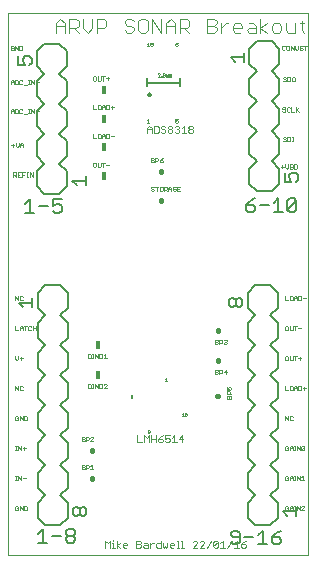
<source format=gto>
G75*
%MOIN*%
%OFA0B0*%
%FSLAX25Y25*%
%IPPOS*%
%LPD*%
%AMOC8*
5,1,8,0,0,1.08239X$1,22.5*
%
%ADD10C,0.00000*%
%ADD11C,0.00400*%
%ADD12C,0.00200*%
%ADD13C,0.00100*%
%ADD14C,0.00600*%
%ADD15C,0.00500*%
%ADD16C,0.01500*%
%ADD17R,0.01600X0.02800*%
%ADD18R,0.01500X0.03000*%
D10*
X0002000Y0001000D02*
X0002000Y0181800D01*
X0102000Y0181800D01*
X0102000Y0001000D01*
X0002000Y0001000D01*
D11*
X0018000Y0175300D02*
X0018000Y0178369D01*
X0019535Y0179904D01*
X0021069Y0178369D01*
X0021069Y0175300D01*
X0022604Y0175300D02*
X0022604Y0179904D01*
X0024906Y0179904D01*
X0025673Y0179137D01*
X0025673Y0177602D01*
X0024906Y0176835D01*
X0022604Y0176835D01*
X0021069Y0177602D02*
X0018000Y0177602D01*
X0024139Y0176835D02*
X0025673Y0175300D01*
X0027208Y0176835D02*
X0028742Y0175300D01*
X0030277Y0176835D01*
X0030277Y0179904D01*
X0031812Y0179904D02*
X0034114Y0179904D01*
X0034881Y0179137D01*
X0034881Y0177602D01*
X0034114Y0176835D01*
X0031812Y0176835D01*
X0031812Y0175300D02*
X0031812Y0179904D01*
X0027208Y0179904D02*
X0027208Y0176835D01*
X0041020Y0176067D02*
X0041787Y0175300D01*
X0043322Y0175300D01*
X0044089Y0176067D01*
X0044089Y0176835D01*
X0043322Y0177602D01*
X0041787Y0177602D01*
X0041020Y0178369D01*
X0041020Y0179137D01*
X0041787Y0179904D01*
X0043322Y0179904D01*
X0044089Y0179137D01*
X0045624Y0179137D02*
X0045624Y0176067D01*
X0046391Y0175300D01*
X0047926Y0175300D01*
X0048693Y0176067D01*
X0048693Y0179137D01*
X0047926Y0179904D01*
X0046391Y0179904D01*
X0045624Y0179137D01*
X0050227Y0179904D02*
X0050227Y0175300D01*
X0053297Y0175300D02*
X0050227Y0179904D01*
X0053297Y0179904D02*
X0053297Y0175300D01*
X0054831Y0175300D02*
X0054831Y0178369D01*
X0056366Y0179904D01*
X0057901Y0178369D01*
X0057901Y0175300D01*
X0059435Y0175300D02*
X0059435Y0179904D01*
X0061737Y0179904D01*
X0062505Y0179137D01*
X0062505Y0177602D01*
X0061737Y0176835D01*
X0059435Y0176835D01*
X0057901Y0177602D02*
X0054831Y0177602D01*
X0060970Y0176835D02*
X0062505Y0175300D01*
X0068643Y0175300D02*
X0070945Y0175300D01*
X0071712Y0176067D01*
X0071712Y0176835D01*
X0070945Y0177602D01*
X0068643Y0177602D01*
X0068643Y0179904D02*
X0070945Y0179904D01*
X0071712Y0179137D01*
X0071712Y0178369D01*
X0070945Y0177602D01*
X0073247Y0178369D02*
X0073247Y0175300D01*
X0073247Y0176835D02*
X0074782Y0178369D01*
X0075549Y0178369D01*
X0077084Y0177602D02*
X0077084Y0176067D01*
X0077851Y0175300D01*
X0079386Y0175300D01*
X0080153Y0176835D02*
X0077084Y0176835D01*
X0077084Y0177602D02*
X0077851Y0178369D01*
X0079386Y0178369D01*
X0080153Y0177602D01*
X0080153Y0176835D01*
X0081688Y0176067D02*
X0082455Y0176835D01*
X0084757Y0176835D01*
X0084757Y0177602D02*
X0084757Y0175300D01*
X0082455Y0175300D01*
X0081688Y0176067D01*
X0082455Y0178369D02*
X0083990Y0178369D01*
X0084757Y0177602D01*
X0086292Y0176835D02*
X0088594Y0178369D01*
X0090128Y0177602D02*
X0090128Y0176067D01*
X0090895Y0175300D01*
X0092430Y0175300D01*
X0093197Y0176067D01*
X0093197Y0177602D01*
X0092430Y0178369D01*
X0090895Y0178369D01*
X0090128Y0177602D01*
X0088594Y0175300D02*
X0086292Y0176835D01*
X0086292Y0175300D02*
X0086292Y0179904D01*
X0094732Y0178369D02*
X0094732Y0176067D01*
X0095499Y0175300D01*
X0097801Y0175300D01*
X0097801Y0178369D01*
X0099336Y0178369D02*
X0100871Y0178369D01*
X0100103Y0179137D02*
X0100103Y0176067D01*
X0100871Y0175300D01*
X0068643Y0175300D02*
X0068643Y0179904D01*
D12*
X0063463Y0144202D02*
X0062695Y0144202D01*
X0062312Y0143818D01*
X0062312Y0143435D01*
X0062695Y0143051D01*
X0063463Y0143051D01*
X0063846Y0142667D01*
X0063846Y0142284D01*
X0063463Y0141900D01*
X0062695Y0141900D01*
X0062312Y0142284D01*
X0062312Y0142667D01*
X0062695Y0143051D01*
X0063463Y0143051D02*
X0063846Y0143435D01*
X0063846Y0143818D01*
X0063463Y0144202D01*
X0061544Y0141900D02*
X0060010Y0141900D01*
X0060777Y0141900D02*
X0060777Y0144202D01*
X0060010Y0143435D01*
X0059242Y0143435D02*
X0058859Y0143051D01*
X0059242Y0142667D01*
X0059242Y0142284D01*
X0058859Y0141900D01*
X0058091Y0141900D01*
X0057708Y0142284D01*
X0056941Y0142284D02*
X0056941Y0142667D01*
X0056557Y0143051D01*
X0055790Y0143051D01*
X0055406Y0143435D01*
X0055406Y0143818D01*
X0055790Y0144202D01*
X0056557Y0144202D01*
X0056941Y0143818D01*
X0056941Y0143435D01*
X0056557Y0143051D01*
X0055790Y0143051D02*
X0055406Y0142667D01*
X0055406Y0142284D01*
X0055790Y0141900D01*
X0056557Y0141900D01*
X0056941Y0142284D01*
X0058475Y0143051D02*
X0058859Y0143051D01*
X0059242Y0143435D02*
X0059242Y0143818D01*
X0058859Y0144202D01*
X0058091Y0144202D01*
X0057708Y0143818D01*
X0054639Y0143818D02*
X0054255Y0144202D01*
X0053488Y0144202D01*
X0053104Y0143818D01*
X0053104Y0143435D01*
X0053488Y0143051D01*
X0054255Y0143051D01*
X0054639Y0142667D01*
X0054639Y0142284D01*
X0054255Y0141900D01*
X0053488Y0141900D01*
X0053104Y0142284D01*
X0052337Y0142284D02*
X0052337Y0143818D01*
X0051953Y0144202D01*
X0050802Y0144202D01*
X0050802Y0141900D01*
X0051953Y0141900D01*
X0052337Y0142284D01*
X0050035Y0141900D02*
X0050035Y0143435D01*
X0049267Y0144202D01*
X0048500Y0143435D01*
X0048500Y0141900D01*
X0048500Y0143051D02*
X0050035Y0143051D01*
X0049904Y0041002D02*
X0049904Y0038700D01*
X0049137Y0038700D02*
X0049137Y0041002D01*
X0048369Y0040235D01*
X0047602Y0041002D01*
X0047602Y0038700D01*
X0046835Y0038700D02*
X0045300Y0038700D01*
X0045300Y0041002D01*
X0049904Y0039851D02*
X0051439Y0039851D01*
X0052206Y0039851D02*
X0053357Y0039851D01*
X0053741Y0039467D01*
X0053741Y0039084D01*
X0053357Y0038700D01*
X0052590Y0038700D01*
X0052206Y0039084D01*
X0052206Y0039851D01*
X0052973Y0040618D01*
X0053741Y0041002D01*
X0054508Y0041002D02*
X0054508Y0039851D01*
X0055275Y0040235D01*
X0055659Y0040235D01*
X0056042Y0039851D01*
X0056042Y0039084D01*
X0055659Y0038700D01*
X0054891Y0038700D01*
X0054508Y0039084D01*
X0054508Y0041002D02*
X0056042Y0041002D01*
X0056810Y0040235D02*
X0057577Y0041002D01*
X0057577Y0038700D01*
X0056810Y0038700D02*
X0058344Y0038700D01*
X0059112Y0039851D02*
X0060646Y0039851D01*
X0060263Y0038700D02*
X0060263Y0041002D01*
X0059112Y0039851D01*
X0051439Y0041002D02*
X0051439Y0038700D01*
X0053016Y0005902D02*
X0053016Y0003600D01*
X0051865Y0003600D01*
X0051481Y0003984D01*
X0051481Y0004751D01*
X0051865Y0005135D01*
X0053016Y0005135D01*
X0053783Y0005135D02*
X0053783Y0003984D01*
X0054167Y0003600D01*
X0054550Y0003984D01*
X0054934Y0003600D01*
X0055318Y0003984D01*
X0055318Y0005135D01*
X0056085Y0004751D02*
X0056469Y0005135D01*
X0057236Y0005135D01*
X0057620Y0004751D01*
X0057620Y0004367D01*
X0056085Y0004367D01*
X0056085Y0003984D02*
X0056085Y0004751D01*
X0056085Y0003984D02*
X0056469Y0003600D01*
X0057236Y0003600D01*
X0058387Y0003600D02*
X0059154Y0003600D01*
X0058771Y0003600D02*
X0058771Y0005902D01*
X0058387Y0005902D01*
X0059922Y0005902D02*
X0060305Y0005902D01*
X0060305Y0003600D01*
X0059922Y0003600D02*
X0060689Y0003600D01*
X0063758Y0003600D02*
X0065293Y0005135D01*
X0065293Y0005518D01*
X0064909Y0005902D01*
X0064142Y0005902D01*
X0063758Y0005518D01*
X0063758Y0003600D02*
X0065293Y0003600D01*
X0066060Y0003600D02*
X0067595Y0005135D01*
X0067595Y0005518D01*
X0067211Y0005902D01*
X0066444Y0005902D01*
X0066060Y0005518D01*
X0066060Y0003600D02*
X0067595Y0003600D01*
X0068362Y0003600D02*
X0069897Y0005902D01*
X0070664Y0005518D02*
X0070664Y0003984D01*
X0072199Y0005518D01*
X0072199Y0003984D01*
X0071815Y0003600D01*
X0071048Y0003600D01*
X0070664Y0003984D01*
X0070664Y0005518D02*
X0071048Y0005902D01*
X0071815Y0005902D01*
X0072199Y0005518D01*
X0072966Y0005135D02*
X0073733Y0005902D01*
X0073733Y0003600D01*
X0072966Y0003600D02*
X0074501Y0003600D01*
X0075268Y0003600D02*
X0076803Y0005902D01*
X0077570Y0005135D02*
X0078337Y0005902D01*
X0078337Y0003600D01*
X0077570Y0003600D02*
X0079104Y0003600D01*
X0079872Y0003984D02*
X0080255Y0003600D01*
X0081023Y0003600D01*
X0081406Y0003984D01*
X0081406Y0004367D01*
X0081023Y0004751D01*
X0079872Y0004751D01*
X0079872Y0003984D01*
X0079872Y0004751D02*
X0080639Y0005518D01*
X0081406Y0005902D01*
X0050714Y0005135D02*
X0050330Y0005135D01*
X0049563Y0004367D01*
X0049563Y0003600D02*
X0049563Y0005135D01*
X0048795Y0004751D02*
X0048795Y0003600D01*
X0047644Y0003600D01*
X0047261Y0003984D01*
X0047644Y0004367D01*
X0048795Y0004367D01*
X0048795Y0004751D02*
X0048412Y0005135D01*
X0047644Y0005135D01*
X0046493Y0005135D02*
X0046493Y0005518D01*
X0046110Y0005902D01*
X0044959Y0005902D01*
X0044959Y0003600D01*
X0046110Y0003600D01*
X0046493Y0003984D01*
X0046493Y0004367D01*
X0046110Y0004751D01*
X0044959Y0004751D01*
X0046110Y0004751D02*
X0046493Y0005135D01*
X0041890Y0004751D02*
X0041890Y0004367D01*
X0040355Y0004367D01*
X0040355Y0003984D02*
X0040355Y0004751D01*
X0040739Y0005135D01*
X0041506Y0005135D01*
X0041890Y0004751D01*
X0041506Y0003600D02*
X0040739Y0003600D01*
X0040355Y0003984D01*
X0039588Y0003600D02*
X0038437Y0004367D01*
X0039588Y0005135D01*
X0038437Y0005902D02*
X0038437Y0003600D01*
X0037669Y0003600D02*
X0036902Y0003600D01*
X0037286Y0003600D02*
X0037286Y0005135D01*
X0036902Y0005135D01*
X0037286Y0005902D02*
X0037286Y0006286D01*
X0036135Y0005902D02*
X0036135Y0003600D01*
X0035367Y0005135D02*
X0036135Y0005902D01*
X0035367Y0005135D02*
X0034600Y0005902D01*
X0034600Y0003600D01*
D13*
X0030622Y0029675D02*
X0029622Y0029675D01*
X0030122Y0029675D02*
X0030122Y0031176D01*
X0029622Y0030676D01*
X0029149Y0030926D02*
X0028899Y0031176D01*
X0028148Y0031176D01*
X0028148Y0029675D01*
X0028148Y0030175D02*
X0028899Y0030175D01*
X0029149Y0030426D01*
X0029149Y0030926D01*
X0027676Y0030926D02*
X0027426Y0031176D01*
X0026675Y0031176D01*
X0026675Y0029675D01*
X0027426Y0029675D01*
X0027676Y0029925D01*
X0027676Y0030175D01*
X0027426Y0030426D01*
X0026675Y0030426D01*
X0027426Y0030426D02*
X0027676Y0030676D01*
X0027676Y0030926D01*
X0027426Y0039050D02*
X0026675Y0039050D01*
X0026675Y0040551D01*
X0027426Y0040551D01*
X0027676Y0040301D01*
X0027676Y0040051D01*
X0027426Y0039801D01*
X0026675Y0039801D01*
X0027426Y0039801D02*
X0027676Y0039550D01*
X0027676Y0039300D01*
X0027426Y0039050D01*
X0028148Y0039050D02*
X0028148Y0040551D01*
X0028899Y0040551D01*
X0029149Y0040301D01*
X0029149Y0039801D01*
X0028899Y0039550D01*
X0028148Y0039550D01*
X0029622Y0039050D02*
X0030622Y0040051D01*
X0030622Y0040301D01*
X0030372Y0040551D01*
X0029872Y0040551D01*
X0029622Y0040301D01*
X0029622Y0039050D02*
X0030622Y0039050D01*
X0030648Y0056700D02*
X0030148Y0056700D01*
X0030398Y0056700D02*
X0030398Y0058201D01*
X0030148Y0058201D02*
X0030648Y0058201D01*
X0031130Y0058201D02*
X0032131Y0056700D01*
X0032131Y0058201D01*
X0032603Y0058201D02*
X0033354Y0058201D01*
X0033604Y0057951D01*
X0033604Y0056950D01*
X0033354Y0056700D01*
X0032603Y0056700D01*
X0032603Y0058201D01*
X0034077Y0057951D02*
X0034327Y0058201D01*
X0034827Y0058201D01*
X0035078Y0057951D01*
X0035078Y0057701D01*
X0034077Y0056700D01*
X0035078Y0056700D01*
X0031130Y0056700D02*
X0031130Y0058201D01*
X0029676Y0057951D02*
X0029425Y0058201D01*
X0028675Y0058201D01*
X0028675Y0056700D01*
X0029425Y0056700D01*
X0029676Y0056950D01*
X0029676Y0057951D01*
X0029425Y0066700D02*
X0028675Y0066700D01*
X0028675Y0068201D01*
X0029425Y0068201D01*
X0029676Y0067951D01*
X0029676Y0066950D01*
X0029425Y0066700D01*
X0030148Y0066700D02*
X0030648Y0066700D01*
X0030398Y0066700D02*
X0030398Y0068201D01*
X0030148Y0068201D02*
X0030648Y0068201D01*
X0031130Y0068201D02*
X0032131Y0066700D01*
X0032131Y0068201D01*
X0032603Y0068201D02*
X0032603Y0066700D01*
X0033354Y0066700D01*
X0033604Y0066950D01*
X0033604Y0067951D01*
X0033354Y0068201D01*
X0032603Y0068201D01*
X0034077Y0067701D02*
X0034577Y0068201D01*
X0034577Y0066700D01*
X0034077Y0066700D02*
X0035078Y0066700D01*
X0031130Y0066700D02*
X0031130Y0068201D01*
X0043050Y0054451D02*
X0043050Y0054000D01*
X0043350Y0054151D01*
X0043500Y0054151D01*
X0043651Y0054000D01*
X0043651Y0053700D01*
X0043500Y0053550D01*
X0043200Y0053550D01*
X0043050Y0053700D01*
X0043050Y0054451D02*
X0043651Y0054451D01*
X0048900Y0042751D02*
X0048750Y0042601D01*
X0048750Y0042451D01*
X0048900Y0042300D01*
X0049351Y0042300D01*
X0049351Y0042000D02*
X0049351Y0042601D01*
X0049200Y0042751D01*
X0048900Y0042751D01*
X0048750Y0042000D02*
X0048900Y0041850D01*
X0049200Y0041850D01*
X0049351Y0042000D01*
X0060250Y0047550D02*
X0060851Y0047550D01*
X0060550Y0047550D02*
X0060550Y0048451D01*
X0060250Y0048151D01*
X0061171Y0048301D02*
X0061321Y0048451D01*
X0061621Y0048451D01*
X0061771Y0048301D01*
X0061771Y0048151D01*
X0061621Y0048000D01*
X0061771Y0047850D01*
X0061771Y0047700D01*
X0061621Y0047550D01*
X0061321Y0047550D01*
X0061171Y0047700D01*
X0061471Y0048000D02*
X0061621Y0048000D01*
X0055251Y0059150D02*
X0054650Y0059150D01*
X0054950Y0059150D02*
X0054950Y0060051D01*
X0054650Y0059751D01*
X0071130Y0061450D02*
X0071881Y0061450D01*
X0072131Y0061700D01*
X0072131Y0061950D01*
X0071881Y0062201D01*
X0071130Y0062201D01*
X0071130Y0062951D02*
X0071881Y0062951D01*
X0072131Y0062701D01*
X0072131Y0062451D01*
X0071881Y0062201D01*
X0072603Y0061950D02*
X0073354Y0061950D01*
X0073604Y0062201D01*
X0073604Y0062701D01*
X0073354Y0062951D01*
X0072603Y0062951D01*
X0072603Y0061450D01*
X0074077Y0062201D02*
X0075078Y0062201D01*
X0074827Y0062951D02*
X0074077Y0062201D01*
X0074827Y0062951D02*
X0074827Y0061450D01*
X0075049Y0057203D02*
X0075049Y0056202D01*
X0075799Y0056202D01*
X0075549Y0056702D01*
X0075549Y0056952D01*
X0075799Y0057203D01*
X0076300Y0057203D01*
X0076550Y0056952D01*
X0076550Y0056452D01*
X0076300Y0056202D01*
X0075799Y0055729D02*
X0076050Y0055479D01*
X0076050Y0054728D01*
X0076050Y0054256D02*
X0076300Y0054256D01*
X0076550Y0054006D01*
X0076550Y0053255D01*
X0075049Y0053255D01*
X0075049Y0054006D01*
X0075299Y0054256D01*
X0075549Y0054256D01*
X0075799Y0054006D01*
X0075799Y0053255D01*
X0075799Y0054006D02*
X0076050Y0054256D01*
X0076550Y0054728D02*
X0075049Y0054728D01*
X0075049Y0055479D01*
X0075299Y0055729D01*
X0075799Y0055729D01*
X0071130Y0061450D02*
X0071130Y0062951D01*
X0071130Y0071450D02*
X0071881Y0071450D01*
X0072131Y0071700D01*
X0072131Y0071950D01*
X0071881Y0072201D01*
X0071130Y0072201D01*
X0071130Y0072951D02*
X0071881Y0072951D01*
X0072131Y0072701D01*
X0072131Y0072451D01*
X0071881Y0072201D01*
X0072603Y0071950D02*
X0073354Y0071950D01*
X0073604Y0072201D01*
X0073604Y0072701D01*
X0073354Y0072951D01*
X0072603Y0072951D01*
X0072603Y0071450D01*
X0074077Y0071700D02*
X0074327Y0071450D01*
X0074827Y0071450D01*
X0075078Y0071700D01*
X0075078Y0071950D01*
X0074827Y0072201D01*
X0074577Y0072201D01*
X0074827Y0072201D02*
X0075078Y0072451D01*
X0075078Y0072701D01*
X0074827Y0072951D01*
X0074327Y0072951D01*
X0074077Y0072701D01*
X0071130Y0072951D02*
X0071130Y0071450D01*
X0094550Y0067301D02*
X0094550Y0066300D01*
X0094800Y0066050D01*
X0095301Y0066050D01*
X0095551Y0066300D01*
X0095551Y0067301D01*
X0095301Y0067551D01*
X0094800Y0067551D01*
X0094550Y0067301D01*
X0096023Y0067551D02*
X0096023Y0066300D01*
X0096273Y0066050D01*
X0096774Y0066050D01*
X0097024Y0066300D01*
X0097024Y0067551D01*
X0097497Y0067551D02*
X0098497Y0067551D01*
X0097997Y0067551D02*
X0097997Y0066050D01*
X0098970Y0066801D02*
X0099971Y0066801D01*
X0099470Y0067301D02*
X0099470Y0066300D01*
X0099720Y0057551D02*
X0098970Y0057551D01*
X0098970Y0056050D01*
X0099720Y0056050D01*
X0099971Y0056300D01*
X0099971Y0057301D01*
X0099720Y0057551D01*
X0100443Y0056801D02*
X0101444Y0056801D01*
X0100943Y0057301D02*
X0100943Y0056300D01*
X0098497Y0056050D02*
X0098497Y0057051D01*
X0097997Y0057551D01*
X0097497Y0057051D01*
X0097497Y0056050D01*
X0097024Y0056300D02*
X0097024Y0057301D01*
X0096774Y0057551D01*
X0096273Y0057551D01*
X0096023Y0057301D01*
X0096023Y0056300D01*
X0096273Y0056050D01*
X0096774Y0056050D01*
X0097024Y0056300D01*
X0097497Y0056801D02*
X0098497Y0056801D01*
X0095551Y0056050D02*
X0094550Y0056050D01*
X0094550Y0057551D01*
X0094550Y0047551D02*
X0095551Y0046050D01*
X0095551Y0047551D01*
X0096023Y0047301D02*
X0096273Y0047551D01*
X0096774Y0047551D01*
X0097024Y0047301D01*
X0096023Y0047301D02*
X0096023Y0046300D01*
X0096273Y0046050D01*
X0096774Y0046050D01*
X0097024Y0046300D01*
X0094550Y0046050D02*
X0094550Y0047551D01*
X0094800Y0037551D02*
X0094550Y0037301D01*
X0094550Y0036300D01*
X0094800Y0036050D01*
X0095301Y0036050D01*
X0095551Y0036300D01*
X0095551Y0036801D01*
X0095050Y0036801D01*
X0095551Y0037301D02*
X0095301Y0037551D01*
X0094800Y0037551D01*
X0096023Y0037051D02*
X0096023Y0036050D01*
X0096023Y0036801D02*
X0097024Y0036801D01*
X0097024Y0037051D02*
X0097024Y0036050D01*
X0097497Y0036050D02*
X0097997Y0036050D01*
X0097747Y0036050D02*
X0097747Y0037551D01*
X0097497Y0037551D02*
X0097997Y0037551D01*
X0098479Y0037551D02*
X0099480Y0036050D01*
X0099480Y0037551D01*
X0099952Y0037301D02*
X0099952Y0036300D01*
X0100953Y0037301D01*
X0100953Y0036300D01*
X0100703Y0036050D01*
X0100202Y0036050D01*
X0099952Y0036300D01*
X0099952Y0037301D02*
X0100202Y0037551D01*
X0100703Y0037551D01*
X0100953Y0037301D01*
X0098479Y0037551D02*
X0098479Y0036050D01*
X0097024Y0037051D02*
X0096524Y0037551D01*
X0096023Y0037051D01*
X0096524Y0027551D02*
X0097024Y0027051D01*
X0097024Y0026050D01*
X0097497Y0026050D02*
X0097997Y0026050D01*
X0097747Y0026050D02*
X0097747Y0027551D01*
X0097497Y0027551D02*
X0097997Y0027551D01*
X0098479Y0027551D02*
X0099480Y0026050D01*
X0099480Y0027551D01*
X0099952Y0027051D02*
X0100452Y0027551D01*
X0100452Y0026050D01*
X0099952Y0026050D02*
X0100953Y0026050D01*
X0098479Y0026050D02*
X0098479Y0027551D01*
X0097024Y0026801D02*
X0096023Y0026801D01*
X0096023Y0027051D02*
X0096524Y0027551D01*
X0096023Y0027051D02*
X0096023Y0026050D01*
X0095551Y0026300D02*
X0095551Y0026801D01*
X0095050Y0026801D01*
X0094550Y0027301D02*
X0094550Y0026300D01*
X0094800Y0026050D01*
X0095301Y0026050D01*
X0095551Y0026300D01*
X0095551Y0027301D02*
X0095301Y0027551D01*
X0094800Y0027551D01*
X0094550Y0027301D01*
X0094800Y0017551D02*
X0094550Y0017301D01*
X0094550Y0016300D01*
X0094800Y0016050D01*
X0095301Y0016050D01*
X0095551Y0016300D01*
X0095551Y0016801D01*
X0095050Y0016801D01*
X0095551Y0017301D02*
X0095301Y0017551D01*
X0094800Y0017551D01*
X0096023Y0017051D02*
X0096023Y0016050D01*
X0096023Y0016801D02*
X0097024Y0016801D01*
X0097024Y0017051D02*
X0097024Y0016050D01*
X0097497Y0016050D02*
X0097997Y0016050D01*
X0097747Y0016050D02*
X0097747Y0017551D01*
X0097497Y0017551D02*
X0097997Y0017551D01*
X0098479Y0017551D02*
X0099480Y0016050D01*
X0099480Y0017551D01*
X0099952Y0017301D02*
X0100202Y0017551D01*
X0100703Y0017551D01*
X0100953Y0017301D01*
X0100953Y0017051D01*
X0099952Y0016050D01*
X0100953Y0016050D01*
X0098479Y0016050D02*
X0098479Y0017551D01*
X0097024Y0017051D02*
X0096524Y0017551D01*
X0096023Y0017051D01*
X0096273Y0076050D02*
X0096774Y0076050D01*
X0097024Y0076300D01*
X0097024Y0077551D01*
X0097497Y0077551D02*
X0098497Y0077551D01*
X0097997Y0077551D02*
X0097997Y0076050D01*
X0098970Y0076801D02*
X0099971Y0076801D01*
X0096273Y0076050D02*
X0096023Y0076300D01*
X0096023Y0077551D01*
X0095551Y0077301D02*
X0095301Y0077551D01*
X0094800Y0077551D01*
X0094550Y0077301D01*
X0094550Y0076300D01*
X0094800Y0076050D01*
X0095301Y0076050D01*
X0095551Y0076300D01*
X0095551Y0077301D01*
X0095551Y0086050D02*
X0094550Y0086050D01*
X0094550Y0087551D01*
X0096023Y0087301D02*
X0096023Y0086300D01*
X0096273Y0086050D01*
X0096774Y0086050D01*
X0097024Y0086300D01*
X0097024Y0087301D01*
X0096774Y0087551D01*
X0096273Y0087551D01*
X0096023Y0087301D01*
X0097497Y0087051D02*
X0097997Y0087551D01*
X0098497Y0087051D01*
X0098497Y0086050D01*
X0098970Y0086050D02*
X0099720Y0086050D01*
X0099971Y0086300D01*
X0099971Y0087301D01*
X0099720Y0087551D01*
X0098970Y0087551D01*
X0098970Y0086050D01*
X0098497Y0086801D02*
X0097497Y0086801D01*
X0097497Y0087051D02*
X0097497Y0086050D01*
X0100443Y0086801D02*
X0101444Y0086801D01*
X0098320Y0129850D02*
X0098571Y0130100D01*
X0098571Y0131101D01*
X0098320Y0131351D01*
X0097570Y0131351D01*
X0097570Y0129850D01*
X0098320Y0129850D01*
X0097097Y0130100D02*
X0096847Y0129850D01*
X0096097Y0129850D01*
X0096097Y0131351D01*
X0096847Y0131351D01*
X0097097Y0131101D01*
X0097097Y0130851D01*
X0096847Y0130601D01*
X0096097Y0130601D01*
X0095624Y0130350D02*
X0095624Y0131351D01*
X0095624Y0130350D02*
X0095124Y0129850D01*
X0094623Y0130350D01*
X0094623Y0131351D01*
X0094151Y0130601D02*
X0093150Y0130601D01*
X0093650Y0131101D02*
X0093650Y0130100D01*
X0096847Y0130601D02*
X0097097Y0130350D01*
X0097097Y0130100D01*
X0097047Y0139050D02*
X0097047Y0140551D01*
X0096797Y0140551D02*
X0097297Y0140551D01*
X0096324Y0140301D02*
X0096074Y0140551D01*
X0095323Y0140551D01*
X0095323Y0139050D01*
X0096074Y0139050D01*
X0096324Y0139300D01*
X0096324Y0140301D01*
X0096797Y0139050D02*
X0097297Y0139050D01*
X0094851Y0139300D02*
X0094601Y0139050D01*
X0094100Y0139050D01*
X0093850Y0139300D01*
X0094100Y0139801D02*
X0094601Y0139801D01*
X0094851Y0139550D01*
X0094851Y0139300D01*
X0094100Y0139801D02*
X0093850Y0140051D01*
X0093850Y0140301D01*
X0094100Y0140551D01*
X0094601Y0140551D01*
X0094851Y0140301D01*
X0094401Y0148950D02*
X0093900Y0148950D01*
X0093650Y0149200D01*
X0093900Y0149701D02*
X0094401Y0149701D01*
X0094651Y0149450D01*
X0094651Y0149200D01*
X0094401Y0148950D01*
X0095123Y0149200D02*
X0095373Y0148950D01*
X0095874Y0148950D01*
X0096124Y0149200D01*
X0096597Y0148950D02*
X0096597Y0150451D01*
X0096124Y0150201D02*
X0095874Y0150451D01*
X0095373Y0150451D01*
X0095123Y0150201D01*
X0095123Y0149200D01*
X0094651Y0150201D02*
X0094401Y0150451D01*
X0093900Y0150451D01*
X0093650Y0150201D01*
X0093650Y0149951D01*
X0093900Y0149701D01*
X0096597Y0148950D02*
X0097597Y0148950D01*
X0098070Y0148950D02*
X0098070Y0150451D01*
X0098320Y0149701D02*
X0099071Y0148950D01*
X0098070Y0149450D02*
X0099071Y0150451D01*
X0097547Y0159050D02*
X0097047Y0159050D01*
X0096797Y0159300D01*
X0096797Y0160301D01*
X0097047Y0160551D01*
X0097547Y0160551D01*
X0097797Y0160301D01*
X0097797Y0159300D01*
X0097547Y0159050D01*
X0096324Y0159300D02*
X0096324Y0160301D01*
X0096074Y0160551D01*
X0095323Y0160551D01*
X0095323Y0159050D01*
X0096074Y0159050D01*
X0096324Y0159300D01*
X0094851Y0159300D02*
X0094601Y0159050D01*
X0094100Y0159050D01*
X0093850Y0159300D01*
X0094100Y0159801D02*
X0094601Y0159801D01*
X0094851Y0159550D01*
X0094851Y0159300D01*
X0094100Y0159801D02*
X0093850Y0160051D01*
X0093850Y0160301D01*
X0094100Y0160551D01*
X0094601Y0160551D01*
X0094851Y0160301D01*
X0095173Y0169450D02*
X0095674Y0169450D01*
X0095924Y0169700D01*
X0095924Y0170701D01*
X0095674Y0170951D01*
X0095173Y0170951D01*
X0094923Y0170701D01*
X0094923Y0169700D01*
X0095173Y0169450D01*
X0094451Y0169700D02*
X0094201Y0169450D01*
X0093700Y0169450D01*
X0093450Y0169700D01*
X0093450Y0170701D01*
X0093700Y0170951D01*
X0094201Y0170951D01*
X0094451Y0170701D01*
X0096397Y0170951D02*
X0096397Y0169450D01*
X0097397Y0169450D02*
X0096397Y0170951D01*
X0097397Y0170951D02*
X0097397Y0169450D01*
X0097870Y0169950D02*
X0097870Y0170951D01*
X0097870Y0169950D02*
X0098370Y0169450D01*
X0098871Y0169950D01*
X0098871Y0170951D01*
X0099343Y0170701D02*
X0099343Y0170451D01*
X0099593Y0170201D01*
X0100094Y0170201D01*
X0100344Y0169950D01*
X0100344Y0169700D01*
X0100094Y0169450D01*
X0099593Y0169450D01*
X0099343Y0169700D01*
X0099343Y0170701D02*
X0099593Y0170951D01*
X0100094Y0170951D01*
X0100344Y0170701D01*
X0100816Y0170951D02*
X0101817Y0170951D01*
X0101317Y0170951D02*
X0101317Y0169450D01*
X0059590Y0123951D02*
X0058590Y0123951D01*
X0058590Y0122450D01*
X0059590Y0122450D01*
X0059090Y0123201D02*
X0058590Y0123201D01*
X0058117Y0123201D02*
X0057617Y0123201D01*
X0058117Y0123201D02*
X0058117Y0122700D01*
X0057867Y0122450D01*
X0057366Y0122450D01*
X0057116Y0122700D01*
X0057116Y0123701D01*
X0057366Y0123951D01*
X0057867Y0123951D01*
X0058117Y0123701D01*
X0056644Y0123451D02*
X0056644Y0122450D01*
X0056644Y0123201D02*
X0055643Y0123201D01*
X0055643Y0123451D02*
X0056143Y0123951D01*
X0056644Y0123451D01*
X0055643Y0123451D02*
X0055643Y0122450D01*
X0055171Y0122450D02*
X0054670Y0122950D01*
X0054920Y0122950D02*
X0054170Y0122950D01*
X0054170Y0122450D02*
X0054170Y0123951D01*
X0054920Y0123951D01*
X0055171Y0123701D01*
X0055171Y0123201D01*
X0054920Y0122950D01*
X0053697Y0122700D02*
X0053697Y0123701D01*
X0053447Y0123951D01*
X0052947Y0123951D01*
X0052697Y0123701D01*
X0052697Y0122700D01*
X0052947Y0122450D01*
X0053447Y0122450D01*
X0053697Y0122700D01*
X0052224Y0123951D02*
X0051223Y0123951D01*
X0051724Y0123951D02*
X0051724Y0122450D01*
X0050751Y0122700D02*
X0050501Y0122450D01*
X0050000Y0122450D01*
X0049750Y0122700D01*
X0050000Y0123201D02*
X0050501Y0123201D01*
X0050751Y0122950D01*
X0050751Y0122700D01*
X0050000Y0123201D02*
X0049750Y0123451D01*
X0049750Y0123701D01*
X0050000Y0123951D01*
X0050501Y0123951D01*
X0050751Y0123701D01*
X0050501Y0132050D02*
X0049750Y0132050D01*
X0049750Y0133551D01*
X0050501Y0133551D01*
X0050751Y0133301D01*
X0050751Y0133051D01*
X0050501Y0132801D01*
X0049750Y0132801D01*
X0050501Y0132801D02*
X0050751Y0132550D01*
X0050751Y0132300D01*
X0050501Y0132050D01*
X0051223Y0132050D02*
X0051223Y0133551D01*
X0051974Y0133551D01*
X0052224Y0133301D01*
X0052224Y0132801D01*
X0051974Y0132550D01*
X0051223Y0132550D01*
X0052697Y0132300D02*
X0052947Y0132050D01*
X0053447Y0132050D01*
X0053697Y0132300D01*
X0053697Y0132550D01*
X0053447Y0132801D01*
X0052697Y0132801D01*
X0052697Y0132300D01*
X0052697Y0132801D02*
X0053197Y0133301D01*
X0053697Y0133551D01*
X0049260Y0145264D02*
X0048538Y0145264D01*
X0048899Y0145264D02*
X0048899Y0146346D01*
X0048538Y0145986D01*
X0052081Y0160619D02*
X0052803Y0161340D01*
X0052803Y0161520D01*
X0052623Y0161701D01*
X0052262Y0161701D01*
X0052081Y0161520D01*
X0052081Y0160619D02*
X0052803Y0160619D01*
X0053169Y0160619D02*
X0053349Y0160619D01*
X0053349Y0160799D01*
X0053169Y0160799D01*
X0053169Y0160619D01*
X0053713Y0160799D02*
X0053713Y0160979D01*
X0053893Y0161160D01*
X0054254Y0161160D01*
X0054434Y0160979D01*
X0054434Y0160799D01*
X0054254Y0160619D01*
X0053893Y0160619D01*
X0053713Y0160799D01*
X0053893Y0161160D02*
X0053713Y0161340D01*
X0053713Y0161520D01*
X0053893Y0161701D01*
X0054254Y0161701D01*
X0054434Y0161520D01*
X0054434Y0161340D01*
X0054254Y0161160D01*
X0054800Y0161340D02*
X0054800Y0160619D01*
X0055161Y0160619D02*
X0055161Y0161160D01*
X0055341Y0161340D01*
X0055522Y0161160D01*
X0055522Y0160619D01*
X0055888Y0160619D02*
X0055888Y0161340D01*
X0056068Y0161340D01*
X0056249Y0161160D01*
X0056429Y0161340D01*
X0056609Y0161160D01*
X0056609Y0160619D01*
X0056249Y0160619D02*
X0056249Y0161160D01*
X0055161Y0161160D02*
X0054981Y0161340D01*
X0054800Y0161340D01*
X0058167Y0170855D02*
X0058528Y0170855D01*
X0058708Y0171035D01*
X0058708Y0171215D01*
X0058528Y0171396D01*
X0057987Y0171396D01*
X0057987Y0171035D01*
X0058167Y0170855D01*
X0057987Y0171396D02*
X0058348Y0171756D01*
X0058708Y0171937D01*
X0050347Y0171756D02*
X0049626Y0171035D01*
X0049806Y0170855D01*
X0050167Y0170855D01*
X0050347Y0171035D01*
X0050347Y0171756D01*
X0050167Y0171937D01*
X0049806Y0171937D01*
X0049626Y0171756D01*
X0049626Y0171035D01*
X0049260Y0170855D02*
X0048538Y0170855D01*
X0048899Y0170855D02*
X0048899Y0171937D01*
X0048538Y0171576D01*
X0036943Y0150901D02*
X0036943Y0149900D01*
X0036443Y0150401D02*
X0037444Y0150401D01*
X0035971Y0150901D02*
X0035720Y0151151D01*
X0034970Y0151151D01*
X0034970Y0149650D01*
X0035720Y0149650D01*
X0035971Y0149900D01*
X0035971Y0150901D01*
X0034497Y0150651D02*
X0034497Y0149650D01*
X0034497Y0150401D02*
X0033497Y0150401D01*
X0033497Y0150651D02*
X0033997Y0151151D01*
X0034497Y0150651D01*
X0033497Y0150651D02*
X0033497Y0149650D01*
X0033024Y0149900D02*
X0032774Y0149650D01*
X0032273Y0149650D01*
X0032023Y0149900D01*
X0032023Y0150901D01*
X0032273Y0151151D01*
X0032774Y0151151D01*
X0033024Y0150901D01*
X0033024Y0149900D01*
X0031551Y0149650D02*
X0030550Y0149650D01*
X0030550Y0151151D01*
X0030800Y0159250D02*
X0031301Y0159250D01*
X0031551Y0159500D01*
X0031551Y0160501D01*
X0031301Y0160751D01*
X0030800Y0160751D01*
X0030550Y0160501D01*
X0030550Y0159500D01*
X0030800Y0159250D01*
X0032023Y0159500D02*
X0032273Y0159250D01*
X0032774Y0159250D01*
X0033024Y0159500D01*
X0033024Y0160751D01*
X0033497Y0160751D02*
X0034497Y0160751D01*
X0033997Y0160751D02*
X0033997Y0159250D01*
X0034970Y0160001D02*
X0035971Y0160001D01*
X0035470Y0160501D02*
X0035470Y0159500D01*
X0032023Y0159500D02*
X0032023Y0160751D01*
X0032273Y0141551D02*
X0032023Y0141301D01*
X0032023Y0140300D01*
X0032273Y0140050D01*
X0032774Y0140050D01*
X0033024Y0140300D01*
X0033024Y0141301D01*
X0032774Y0141551D01*
X0032273Y0141551D01*
X0033497Y0141051D02*
X0033497Y0140050D01*
X0033497Y0140801D02*
X0034497Y0140801D01*
X0034497Y0141051D02*
X0034497Y0140050D01*
X0034970Y0140050D02*
X0034970Y0141551D01*
X0035720Y0141551D01*
X0035971Y0141301D01*
X0035971Y0140300D01*
X0035720Y0140050D01*
X0034970Y0140050D01*
X0034497Y0141051D02*
X0033997Y0141551D01*
X0033497Y0141051D01*
X0031551Y0140050D02*
X0030550Y0140050D01*
X0030550Y0141551D01*
X0036443Y0140801D02*
X0037444Y0140801D01*
X0034497Y0131951D02*
X0033497Y0131951D01*
X0033024Y0131951D02*
X0033024Y0130700D01*
X0032774Y0130450D01*
X0032273Y0130450D01*
X0032023Y0130700D01*
X0032023Y0131951D01*
X0031551Y0131701D02*
X0031301Y0131951D01*
X0030800Y0131951D01*
X0030550Y0131701D01*
X0030550Y0130700D01*
X0030800Y0130450D01*
X0031301Y0130450D01*
X0031551Y0130700D01*
X0031551Y0131701D01*
X0033997Y0131951D02*
X0033997Y0130450D01*
X0034970Y0131201D02*
X0035971Y0131201D01*
X0057987Y0145445D02*
X0058167Y0145264D01*
X0058528Y0145264D01*
X0058708Y0145445D01*
X0058708Y0145805D01*
X0058528Y0145986D01*
X0058348Y0145986D01*
X0057987Y0145805D01*
X0057987Y0146346D01*
X0058708Y0146346D01*
X0012399Y0149101D02*
X0011398Y0149101D01*
X0011899Y0149601D02*
X0011899Y0148600D01*
X0010926Y0148350D02*
X0010926Y0149851D01*
X0009925Y0149851D02*
X0010926Y0148350D01*
X0009925Y0148350D02*
X0009925Y0149851D01*
X0009443Y0149851D02*
X0008943Y0149851D01*
X0009193Y0149851D02*
X0009193Y0148350D01*
X0008943Y0148350D02*
X0009443Y0148350D01*
X0008471Y0148100D02*
X0007470Y0148100D01*
X0006997Y0148600D02*
X0006747Y0148350D01*
X0006247Y0148350D01*
X0005997Y0148600D01*
X0005997Y0149601D01*
X0006247Y0149851D01*
X0006747Y0149851D01*
X0006997Y0149601D01*
X0005524Y0149601D02*
X0005274Y0149851D01*
X0004523Y0149851D01*
X0004523Y0148350D01*
X0005274Y0148350D01*
X0005524Y0148600D01*
X0005524Y0149601D01*
X0004051Y0149351D02*
X0004051Y0148350D01*
X0004051Y0149101D02*
X0003050Y0149101D01*
X0003050Y0149351D02*
X0003550Y0149851D01*
X0004051Y0149351D01*
X0003050Y0149351D02*
X0003050Y0148350D01*
X0003050Y0158050D02*
X0003050Y0159051D01*
X0003550Y0159551D01*
X0004051Y0159051D01*
X0004051Y0158050D01*
X0004523Y0158050D02*
X0004523Y0159551D01*
X0005274Y0159551D01*
X0005524Y0159301D01*
X0005524Y0158300D01*
X0005274Y0158050D01*
X0004523Y0158050D01*
X0004051Y0158801D02*
X0003050Y0158801D01*
X0005997Y0159301D02*
X0005997Y0158300D01*
X0006247Y0158050D01*
X0006747Y0158050D01*
X0006997Y0158300D01*
X0007470Y0157800D02*
X0008471Y0157800D01*
X0008943Y0158050D02*
X0009443Y0158050D01*
X0009193Y0158050D02*
X0009193Y0159551D01*
X0008943Y0159551D02*
X0009443Y0159551D01*
X0009925Y0159551D02*
X0010926Y0158050D01*
X0010926Y0159551D01*
X0011398Y0158801D02*
X0012399Y0158801D01*
X0009925Y0158050D02*
X0009925Y0159551D01*
X0006997Y0159301D02*
X0006747Y0159551D01*
X0006247Y0159551D01*
X0005997Y0159301D01*
X0005997Y0169350D02*
X0006747Y0169350D01*
X0006997Y0169600D01*
X0006997Y0170601D01*
X0006747Y0170851D01*
X0005997Y0170851D01*
X0005997Y0169350D01*
X0005524Y0169350D02*
X0005524Y0170851D01*
X0004523Y0170851D02*
X0004523Y0169350D01*
X0004051Y0169600D02*
X0004051Y0170101D01*
X0003550Y0170101D01*
X0003050Y0170601D02*
X0003300Y0170851D01*
X0003801Y0170851D01*
X0004051Y0170601D01*
X0004523Y0170851D02*
X0005524Y0169350D01*
X0004051Y0169600D02*
X0003801Y0169350D01*
X0003300Y0169350D01*
X0003050Y0169600D01*
X0003050Y0170601D01*
X0004723Y0138551D02*
X0004723Y0137550D01*
X0005224Y0137050D01*
X0005724Y0137550D01*
X0005724Y0138551D01*
X0006197Y0138051D02*
X0006697Y0138551D01*
X0007197Y0138051D01*
X0007197Y0137050D01*
X0007197Y0137801D02*
X0006197Y0137801D01*
X0006197Y0138051D02*
X0006197Y0137050D01*
X0004251Y0137801D02*
X0003250Y0137801D01*
X0003750Y0138301D02*
X0003750Y0137300D01*
X0003950Y0128651D02*
X0004701Y0128651D01*
X0004951Y0128401D01*
X0004951Y0127901D01*
X0004701Y0127650D01*
X0003950Y0127650D01*
X0003950Y0127150D02*
X0003950Y0128651D01*
X0004450Y0127650D02*
X0004951Y0127150D01*
X0005423Y0127150D02*
X0005423Y0128651D01*
X0006424Y0128651D01*
X0006897Y0128651D02*
X0007897Y0128651D01*
X0008370Y0128651D02*
X0008870Y0128651D01*
X0008620Y0128651D02*
X0008620Y0127150D01*
X0008370Y0127150D02*
X0008870Y0127150D01*
X0009352Y0127150D02*
X0009352Y0128651D01*
X0010353Y0127150D01*
X0010353Y0128651D01*
X0007397Y0127901D02*
X0006897Y0127901D01*
X0006897Y0128651D02*
X0006897Y0127150D01*
X0006424Y0127150D02*
X0005423Y0127150D01*
X0005423Y0127901D02*
X0005924Y0127901D01*
X0006273Y0087551D02*
X0006023Y0087301D01*
X0006023Y0086300D01*
X0006273Y0086050D01*
X0006774Y0086050D01*
X0007024Y0086300D01*
X0007024Y0087301D02*
X0006774Y0087551D01*
X0006273Y0087551D01*
X0005551Y0087551D02*
X0005551Y0086050D01*
X0004550Y0087551D01*
X0004550Y0086050D01*
X0004550Y0077551D02*
X0004550Y0076050D01*
X0005551Y0076050D01*
X0006023Y0076050D02*
X0006023Y0077051D01*
X0006524Y0077551D01*
X0007024Y0077051D01*
X0007024Y0076050D01*
X0007024Y0076801D02*
X0006023Y0076801D01*
X0007497Y0077551D02*
X0008497Y0077551D01*
X0007997Y0077551D02*
X0007997Y0076050D01*
X0008970Y0076300D02*
X0008970Y0077301D01*
X0009220Y0077551D01*
X0009720Y0077551D01*
X0009971Y0077301D01*
X0010443Y0077551D02*
X0010443Y0076050D01*
X0009971Y0076300D02*
X0009720Y0076050D01*
X0009220Y0076050D01*
X0008970Y0076300D01*
X0010443Y0076801D02*
X0011444Y0076801D01*
X0011444Y0077551D02*
X0011444Y0076050D01*
X0006524Y0067301D02*
X0006524Y0066300D01*
X0007024Y0066801D02*
X0006023Y0066801D01*
X0005551Y0066550D02*
X0005551Y0067551D01*
X0005551Y0066550D02*
X0005050Y0066050D01*
X0004550Y0066550D01*
X0004550Y0067551D01*
X0004550Y0057551D02*
X0005551Y0056050D01*
X0005551Y0057551D01*
X0006023Y0057301D02*
X0006023Y0056300D01*
X0006273Y0056050D01*
X0006774Y0056050D01*
X0007024Y0056300D01*
X0007024Y0057301D02*
X0006774Y0057551D01*
X0006273Y0057551D01*
X0006023Y0057301D01*
X0004550Y0057551D02*
X0004550Y0056050D01*
X0004800Y0047551D02*
X0004550Y0047301D01*
X0004550Y0046300D01*
X0004800Y0046050D01*
X0005301Y0046050D01*
X0005551Y0046300D01*
X0005551Y0046801D01*
X0005050Y0046801D01*
X0005551Y0047301D02*
X0005301Y0047551D01*
X0004800Y0047551D01*
X0006023Y0047551D02*
X0006023Y0046050D01*
X0007024Y0046050D02*
X0006023Y0047551D01*
X0007024Y0047551D02*
X0007024Y0046050D01*
X0007497Y0046050D02*
X0007497Y0047551D01*
X0008247Y0047551D01*
X0008497Y0047301D01*
X0008497Y0046300D01*
X0008247Y0046050D01*
X0007497Y0046050D01*
X0006533Y0037551D02*
X0006533Y0036050D01*
X0005532Y0037551D01*
X0005532Y0036050D01*
X0005050Y0036050D02*
X0004550Y0036050D01*
X0004800Y0036050D02*
X0004800Y0037551D01*
X0004550Y0037551D02*
X0005050Y0037551D01*
X0007005Y0036801D02*
X0008006Y0036801D01*
X0007506Y0037301D02*
X0007506Y0036300D01*
X0006533Y0027551D02*
X0006533Y0026050D01*
X0005532Y0027551D01*
X0005532Y0026050D01*
X0005050Y0026050D02*
X0004550Y0026050D01*
X0004800Y0026050D02*
X0004800Y0027551D01*
X0004550Y0027551D02*
X0005050Y0027551D01*
X0007005Y0026801D02*
X0008006Y0026801D01*
X0008247Y0017551D02*
X0007497Y0017551D01*
X0007497Y0016050D01*
X0008247Y0016050D01*
X0008497Y0016300D01*
X0008497Y0017301D01*
X0008247Y0017551D01*
X0007024Y0017551D02*
X0007024Y0016050D01*
X0006023Y0017551D01*
X0006023Y0016050D01*
X0005551Y0016300D02*
X0005551Y0016801D01*
X0005050Y0016801D01*
X0004550Y0017301D02*
X0004550Y0016300D01*
X0004800Y0016050D01*
X0005301Y0016050D01*
X0005551Y0016300D01*
X0005551Y0017301D02*
X0005301Y0017551D01*
X0004800Y0017551D01*
X0004550Y0017301D01*
D14*
X0012000Y0018500D02*
X0012000Y0013500D01*
X0014500Y0011000D01*
X0019500Y0011000D01*
X0022000Y0013500D01*
X0022000Y0018500D01*
X0019500Y0021000D01*
X0022000Y0023500D01*
X0022000Y0028500D01*
X0019500Y0031000D01*
X0022000Y0033500D01*
X0022000Y0038500D01*
X0019500Y0041000D01*
X0022000Y0043500D01*
X0022000Y0048500D01*
X0019500Y0051000D01*
X0022000Y0053500D01*
X0022000Y0058500D01*
X0019500Y0061000D01*
X0022000Y0063500D01*
X0022000Y0068500D01*
X0019500Y0071000D01*
X0022000Y0073500D01*
X0022000Y0078500D01*
X0019500Y0081000D01*
X0022000Y0083500D01*
X0022000Y0088500D01*
X0019500Y0091000D01*
X0014500Y0091000D01*
X0012000Y0088500D01*
X0012000Y0083500D01*
X0014500Y0081000D01*
X0012000Y0078500D01*
X0012000Y0073500D01*
X0014500Y0071000D01*
X0012000Y0068500D01*
X0012000Y0063500D01*
X0014500Y0061000D01*
X0012000Y0058500D01*
X0012000Y0053500D01*
X0014500Y0051000D01*
X0012000Y0048500D01*
X0012000Y0043500D01*
X0014500Y0041000D01*
X0012000Y0038500D01*
X0012000Y0033500D01*
X0014500Y0031000D01*
X0012000Y0028500D01*
X0012000Y0023500D01*
X0014500Y0021000D01*
X0012000Y0018500D01*
X0014300Y0121600D02*
X0011800Y0124100D01*
X0011800Y0129100D01*
X0014300Y0131600D01*
X0011800Y0134100D01*
X0011800Y0139100D01*
X0014300Y0141600D01*
X0011800Y0144100D01*
X0011800Y0149100D01*
X0014300Y0151600D01*
X0011800Y0154100D01*
X0011800Y0159100D01*
X0014300Y0161600D01*
X0011800Y0164100D01*
X0011800Y0169100D01*
X0014300Y0171600D01*
X0019300Y0171600D01*
X0021800Y0169100D01*
X0021800Y0164100D01*
X0019300Y0161600D01*
X0021800Y0159100D01*
X0021800Y0154100D01*
X0019300Y0151600D01*
X0021800Y0149100D01*
X0021800Y0144100D01*
X0019300Y0141600D01*
X0021800Y0139100D01*
X0021800Y0134100D01*
X0019300Y0131600D01*
X0021800Y0129100D01*
X0021800Y0124100D01*
X0019300Y0121600D01*
X0014300Y0121600D01*
X0082600Y0124900D02*
X0082600Y0129900D01*
X0085100Y0132400D01*
X0082600Y0134900D01*
X0082600Y0139900D01*
X0085100Y0142400D01*
X0082600Y0144900D01*
X0082600Y0149900D01*
X0085100Y0152400D01*
X0082600Y0154900D01*
X0082600Y0159900D01*
X0085100Y0162400D01*
X0082600Y0164900D01*
X0082600Y0169900D01*
X0085100Y0172400D01*
X0090100Y0172400D01*
X0092600Y0169900D01*
X0092600Y0164900D01*
X0090100Y0162400D01*
X0092600Y0159900D01*
X0092600Y0154900D01*
X0090100Y0152400D01*
X0092600Y0149900D01*
X0092600Y0144900D01*
X0090100Y0142400D01*
X0092600Y0139900D01*
X0092600Y0134900D01*
X0090100Y0132400D01*
X0092600Y0129900D01*
X0092600Y0124900D01*
X0090100Y0122400D01*
X0085100Y0122400D01*
X0082600Y0124900D01*
X0084500Y0091000D02*
X0089500Y0091000D01*
X0092000Y0088500D01*
X0092000Y0083500D01*
X0089500Y0081000D01*
X0092000Y0078500D01*
X0092000Y0073500D01*
X0089500Y0071000D01*
X0092000Y0068500D01*
X0092000Y0063500D01*
X0089500Y0061000D01*
X0092000Y0058500D01*
X0092000Y0053500D01*
X0089500Y0051000D01*
X0092000Y0048500D01*
X0092000Y0043500D01*
X0089500Y0041000D01*
X0092000Y0038500D01*
X0092000Y0033500D01*
X0089500Y0031000D01*
X0092000Y0028500D01*
X0092000Y0023500D01*
X0089500Y0021000D01*
X0092000Y0018500D01*
X0092000Y0013500D01*
X0089500Y0011000D01*
X0084500Y0011000D01*
X0082000Y0013500D01*
X0082000Y0018500D01*
X0084500Y0021000D01*
X0082000Y0023500D01*
X0082000Y0028500D01*
X0084500Y0031000D01*
X0082000Y0033500D01*
X0082000Y0038500D01*
X0084500Y0041000D01*
X0082000Y0043500D01*
X0082000Y0048500D01*
X0084500Y0051000D01*
X0082000Y0053500D01*
X0082000Y0058500D01*
X0084500Y0061000D01*
X0082000Y0063500D01*
X0082000Y0068500D01*
X0084500Y0071000D01*
X0082000Y0073500D01*
X0082000Y0078500D01*
X0084500Y0081000D01*
X0082000Y0083500D01*
X0082000Y0088500D01*
X0084500Y0091000D01*
D15*
X0080250Y0086002D02*
X0080250Y0084501D01*
X0079499Y0083750D01*
X0078749Y0083750D01*
X0077998Y0084501D01*
X0077998Y0086002D01*
X0078749Y0086753D01*
X0079499Y0086753D01*
X0080250Y0086002D01*
X0077998Y0086002D02*
X0077247Y0086753D01*
X0076497Y0086753D01*
X0075746Y0086002D01*
X0075746Y0084501D01*
X0076497Y0083750D01*
X0077247Y0083750D01*
X0077998Y0084501D01*
X0082226Y0115537D02*
X0081475Y0116288D01*
X0081475Y0117789D01*
X0083727Y0117789D01*
X0084478Y0117039D01*
X0084478Y0116288D01*
X0083727Y0115537D01*
X0082226Y0115537D01*
X0081475Y0117789D02*
X0082976Y0119291D01*
X0084478Y0120041D01*
X0086079Y0117789D02*
X0089081Y0117789D01*
X0090683Y0118540D02*
X0092184Y0120041D01*
X0092184Y0115537D01*
X0090683Y0115537D02*
X0093685Y0115537D01*
X0095287Y0116288D02*
X0098289Y0119291D01*
X0098289Y0116288D01*
X0097539Y0115537D01*
X0096037Y0115537D01*
X0095287Y0116288D01*
X0095287Y0119291D01*
X0096037Y0120041D01*
X0097539Y0120041D01*
X0098289Y0119291D01*
X0098099Y0125546D02*
X0098850Y0126297D01*
X0098850Y0127798D01*
X0098099Y0128549D01*
X0096598Y0128549D01*
X0095847Y0127798D01*
X0095847Y0127047D01*
X0096598Y0125546D01*
X0094346Y0125546D01*
X0094346Y0128549D01*
X0080850Y0165546D02*
X0080850Y0168549D01*
X0080850Y0167047D02*
X0076346Y0167047D01*
X0077847Y0165546D01*
X0059512Y0160175D02*
X0059512Y0158600D01*
X0059512Y0157419D01*
X0059512Y0158600D02*
X0059118Y0158600D01*
X0048488Y0158600D01*
X0048488Y0157419D01*
X0048488Y0158600D02*
X0048488Y0160175D01*
X0048882Y0154663D02*
X0048884Y0154702D01*
X0048890Y0154741D01*
X0048900Y0154779D01*
X0048913Y0154816D01*
X0048930Y0154851D01*
X0048950Y0154885D01*
X0048974Y0154916D01*
X0049001Y0154945D01*
X0049030Y0154971D01*
X0049062Y0154994D01*
X0049096Y0155014D01*
X0049132Y0155030D01*
X0049169Y0155042D01*
X0049208Y0155051D01*
X0049247Y0155056D01*
X0049286Y0155057D01*
X0049325Y0155054D01*
X0049364Y0155047D01*
X0049401Y0155036D01*
X0049438Y0155022D01*
X0049473Y0155004D01*
X0049506Y0154983D01*
X0049537Y0154958D01*
X0049565Y0154931D01*
X0049590Y0154901D01*
X0049612Y0154868D01*
X0049631Y0154834D01*
X0049646Y0154798D01*
X0049658Y0154760D01*
X0049666Y0154722D01*
X0049670Y0154683D01*
X0049670Y0154643D01*
X0049666Y0154604D01*
X0049658Y0154566D01*
X0049646Y0154528D01*
X0049631Y0154492D01*
X0049612Y0154458D01*
X0049590Y0154425D01*
X0049565Y0154395D01*
X0049537Y0154368D01*
X0049506Y0154343D01*
X0049473Y0154322D01*
X0049438Y0154304D01*
X0049401Y0154290D01*
X0049364Y0154279D01*
X0049325Y0154272D01*
X0049286Y0154269D01*
X0049247Y0154270D01*
X0049208Y0154275D01*
X0049169Y0154284D01*
X0049132Y0154296D01*
X0049096Y0154312D01*
X0049062Y0154332D01*
X0049030Y0154355D01*
X0049001Y0154381D01*
X0048974Y0154410D01*
X0048950Y0154441D01*
X0048930Y0154475D01*
X0048913Y0154510D01*
X0048900Y0154547D01*
X0048890Y0154585D01*
X0048884Y0154624D01*
X0048882Y0154663D01*
X0028050Y0127353D02*
X0028050Y0124350D01*
X0028050Y0125851D02*
X0023546Y0125851D01*
X0025047Y0124350D01*
X0020049Y0119679D02*
X0017046Y0119679D01*
X0017046Y0117427D01*
X0018547Y0118178D01*
X0019298Y0118178D01*
X0020049Y0117427D01*
X0020049Y0115926D01*
X0019298Y0115175D01*
X0017797Y0115175D01*
X0017046Y0115926D01*
X0015445Y0117427D02*
X0012442Y0117427D01*
X0010841Y0115175D02*
X0007838Y0115175D01*
X0009339Y0115175D02*
X0009339Y0119679D01*
X0007838Y0118178D01*
X0010250Y0086649D02*
X0010250Y0083646D01*
X0010250Y0085147D02*
X0005746Y0085147D01*
X0007247Y0083646D01*
X0024497Y0017149D02*
X0025247Y0017149D01*
X0025998Y0016398D01*
X0025998Y0014897D01*
X0025247Y0014146D01*
X0024497Y0014146D01*
X0023746Y0014897D01*
X0023746Y0016398D01*
X0024497Y0017149D01*
X0025998Y0016398D02*
X0026749Y0017149D01*
X0027499Y0017149D01*
X0028250Y0016398D01*
X0028250Y0014897D01*
X0027499Y0014146D01*
X0026749Y0014146D01*
X0025998Y0014897D01*
X0023710Y0009754D02*
X0022208Y0009754D01*
X0021458Y0009003D01*
X0021458Y0008253D01*
X0022208Y0007502D01*
X0023710Y0007502D01*
X0024460Y0006751D01*
X0024460Y0006001D01*
X0023710Y0005250D01*
X0022208Y0005250D01*
X0021458Y0006001D01*
X0021458Y0006751D01*
X0022208Y0007502D01*
X0023710Y0007502D02*
X0024460Y0008253D01*
X0024460Y0009003D01*
X0023710Y0009754D01*
X0019856Y0007502D02*
X0016854Y0007502D01*
X0015253Y0005250D02*
X0012250Y0005250D01*
X0013751Y0005250D02*
X0013751Y0009754D01*
X0012250Y0008253D01*
X0076334Y0008503D02*
X0076334Y0007753D01*
X0077085Y0007002D01*
X0079337Y0007002D01*
X0079337Y0005501D02*
X0079337Y0008503D01*
X0078586Y0009254D01*
X0077085Y0009254D01*
X0076334Y0008503D01*
X0076334Y0005501D02*
X0077085Y0004750D01*
X0078586Y0004750D01*
X0079337Y0005501D01*
X0080938Y0007002D02*
X0083941Y0007002D01*
X0085542Y0007753D02*
X0087043Y0009254D01*
X0087043Y0004750D01*
X0085542Y0004750D02*
X0088545Y0004750D01*
X0090146Y0005501D02*
X0090897Y0004750D01*
X0092398Y0004750D01*
X0093149Y0005501D01*
X0093149Y0006251D01*
X0092398Y0007002D01*
X0090146Y0007002D01*
X0090146Y0005501D01*
X0090146Y0007002D02*
X0091647Y0008503D01*
X0093149Y0009254D01*
X0095247Y0014250D02*
X0093746Y0015751D01*
X0098250Y0015751D01*
X0098250Y0014250D02*
X0098250Y0017253D01*
X0009299Y0164350D02*
X0010050Y0165101D01*
X0010050Y0166602D01*
X0009299Y0167353D01*
X0007798Y0167353D01*
X0007047Y0166602D01*
X0007047Y0165851D01*
X0007798Y0164350D01*
X0005546Y0164350D01*
X0005546Y0167353D01*
D16*
X0053200Y0129110D02*
X0053200Y0128890D01*
X0053200Y0119510D02*
X0053200Y0119290D01*
X0072000Y0076110D02*
X0072000Y0075890D01*
X0072000Y0066110D02*
X0072000Y0065890D01*
X0072110Y0054125D02*
X0071890Y0054125D01*
X0030125Y0036110D02*
X0030125Y0035890D01*
X0030125Y0026735D02*
X0030125Y0026515D01*
D17*
X0032000Y0061000D03*
X0032000Y0071000D03*
D18*
X0034000Y0127400D03*
X0034000Y0137000D03*
X0034000Y0146600D03*
X0034000Y0156200D03*
M02*

</source>
